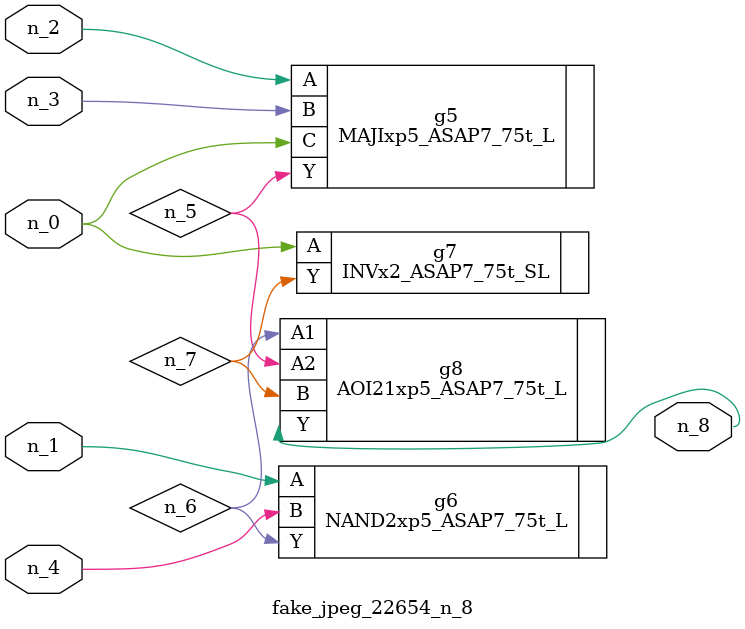
<source format=v>
module fake_jpeg_22654_n_8 (n_3, n_2, n_1, n_0, n_4, n_8);

input n_3;
input n_2;
input n_1;
input n_0;
input n_4;

output n_8;

wire n_6;
wire n_5;
wire n_7;

MAJIxp5_ASAP7_75t_L g5 ( 
.A(n_2),
.B(n_3),
.C(n_0),
.Y(n_5)
);

NAND2xp5_ASAP7_75t_L g6 ( 
.A(n_1),
.B(n_4),
.Y(n_6)
);

INVx2_ASAP7_75t_SL g7 ( 
.A(n_0),
.Y(n_7)
);

AOI21xp5_ASAP7_75t_L g8 ( 
.A1(n_6),
.A2(n_5),
.B(n_7),
.Y(n_8)
);


endmodule
</source>
